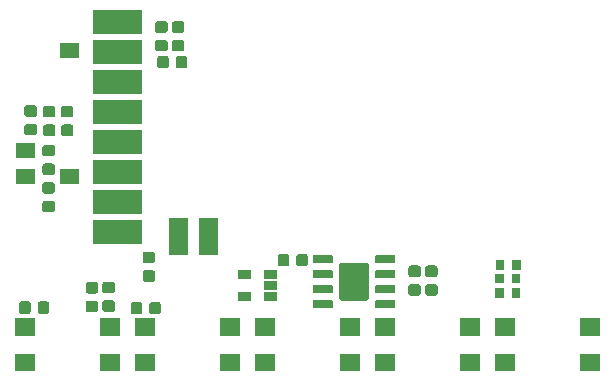
<source format=gbr>
G04 #@! TF.GenerationSoftware,KiCad,Pcbnew,(5.0.1)-3*
G04 #@! TF.CreationDate,2019-11-22T16:36:39-05:00*
G04 #@! TF.ProjectId,SmartWatch,536D61727457617463682E6B69636164,rev?*
G04 #@! TF.SameCoordinates,Original*
G04 #@! TF.FileFunction,Soldermask,Top*
G04 #@! TF.FilePolarity,Negative*
%FSLAX46Y46*%
G04 Gerber Fmt 4.6, Leading zero omitted, Abs format (unit mm)*
G04 Created by KiCad (PCBNEW (5.0.1)-3) date 11/22/2019 4:36:39 PM*
%MOMM*%
%LPD*%
G01*
G04 APERTURE LIST*
%ADD10C,0.100000*%
G04 APERTURE END LIST*
D10*
G36*
X187243000Y-114519000D02*
X185541000Y-114519000D01*
X185541000Y-113017000D01*
X187243000Y-113017000D01*
X187243000Y-114519000D01*
X187243000Y-114519000D01*
G37*
G36*
X227883000Y-114519000D02*
X226181000Y-114519000D01*
X226181000Y-113017000D01*
X227883000Y-113017000D01*
X227883000Y-114519000D01*
X227883000Y-114519000D01*
G37*
G36*
X235083000Y-114519000D02*
X233381000Y-114519000D01*
X233381000Y-113017000D01*
X235083000Y-113017000D01*
X235083000Y-114519000D01*
X235083000Y-114519000D01*
G37*
G36*
X217723000Y-114519000D02*
X216021000Y-114519000D01*
X216021000Y-113017000D01*
X217723000Y-113017000D01*
X217723000Y-114519000D01*
X217723000Y-114519000D01*
G37*
G36*
X224923000Y-114519000D02*
X223221000Y-114519000D01*
X223221000Y-113017000D01*
X224923000Y-113017000D01*
X224923000Y-114519000D01*
X224923000Y-114519000D01*
G37*
G36*
X214763000Y-114519000D02*
X213061000Y-114519000D01*
X213061000Y-113017000D01*
X214763000Y-113017000D01*
X214763000Y-114519000D01*
X214763000Y-114519000D01*
G37*
G36*
X197403000Y-114519000D02*
X195701000Y-114519000D01*
X195701000Y-113017000D01*
X197403000Y-113017000D01*
X197403000Y-114519000D01*
X197403000Y-114519000D01*
G37*
G36*
X207563000Y-114519000D02*
X205861000Y-114519000D01*
X205861000Y-113017000D01*
X207563000Y-113017000D01*
X207563000Y-114519000D01*
X207563000Y-114519000D01*
G37*
G36*
X194443000Y-114519000D02*
X192741000Y-114519000D01*
X192741000Y-113017000D01*
X194443000Y-113017000D01*
X194443000Y-114519000D01*
X194443000Y-114519000D01*
G37*
G36*
X204603000Y-114519000D02*
X202901000Y-114519000D01*
X202901000Y-113017000D01*
X204603000Y-113017000D01*
X204603000Y-114519000D01*
X204603000Y-114519000D01*
G37*
G36*
X207563000Y-111519000D02*
X205861000Y-111519000D01*
X205861000Y-110017000D01*
X207563000Y-110017000D01*
X207563000Y-111519000D01*
X207563000Y-111519000D01*
G37*
G36*
X187243000Y-111519000D02*
X185541000Y-111519000D01*
X185541000Y-110017000D01*
X187243000Y-110017000D01*
X187243000Y-111519000D01*
X187243000Y-111519000D01*
G37*
G36*
X217723000Y-111519000D02*
X216021000Y-111519000D01*
X216021000Y-110017000D01*
X217723000Y-110017000D01*
X217723000Y-111519000D01*
X217723000Y-111519000D01*
G37*
G36*
X235083000Y-111519000D02*
X233381000Y-111519000D01*
X233381000Y-110017000D01*
X235083000Y-110017000D01*
X235083000Y-111519000D01*
X235083000Y-111519000D01*
G37*
G36*
X214763000Y-111519000D02*
X213061000Y-111519000D01*
X213061000Y-110017000D01*
X214763000Y-110017000D01*
X214763000Y-111519000D01*
X214763000Y-111519000D01*
G37*
G36*
X197403000Y-111519000D02*
X195701000Y-111519000D01*
X195701000Y-110017000D01*
X197403000Y-110017000D01*
X197403000Y-111519000D01*
X197403000Y-111519000D01*
G37*
G36*
X224923000Y-111519000D02*
X223221000Y-111519000D01*
X223221000Y-110017000D01*
X224923000Y-110017000D01*
X224923000Y-111519000D01*
X224923000Y-111519000D01*
G37*
G36*
X227883000Y-111519000D02*
X226181000Y-111519000D01*
X226181000Y-110017000D01*
X227883000Y-110017000D01*
X227883000Y-111519000D01*
X227883000Y-111519000D01*
G37*
G36*
X204603000Y-111519000D02*
X202901000Y-111519000D01*
X202901000Y-110017000D01*
X204603000Y-110017000D01*
X204603000Y-111519000D01*
X204603000Y-111519000D01*
G37*
G36*
X194443000Y-111519000D02*
X192741000Y-111519000D01*
X192741000Y-110017000D01*
X194443000Y-110017000D01*
X194443000Y-111519000D01*
X194443000Y-111519000D01*
G37*
G36*
X196120477Y-108647650D02*
X196161557Y-108660111D01*
X196199426Y-108680353D01*
X196232613Y-108707587D01*
X196259847Y-108740774D01*
X196280089Y-108778643D01*
X196292550Y-108819723D01*
X196297000Y-108864904D01*
X196297000Y-109473496D01*
X196292550Y-109518677D01*
X196280089Y-109559757D01*
X196259847Y-109597626D01*
X196232613Y-109630813D01*
X196199426Y-109658047D01*
X196161557Y-109678289D01*
X196120477Y-109690750D01*
X196075296Y-109695200D01*
X195541704Y-109695200D01*
X195496523Y-109690750D01*
X195455443Y-109678289D01*
X195417574Y-109658047D01*
X195384387Y-109630813D01*
X195357153Y-109597626D01*
X195336911Y-109559757D01*
X195324450Y-109518677D01*
X195320000Y-109473496D01*
X195320000Y-108864904D01*
X195324450Y-108819723D01*
X195336911Y-108778643D01*
X195357153Y-108740774D01*
X195384387Y-108707587D01*
X195417574Y-108680353D01*
X195455443Y-108660111D01*
X195496523Y-108647650D01*
X195541704Y-108643200D01*
X196075296Y-108643200D01*
X196120477Y-108647650D01*
X196120477Y-108647650D01*
G37*
G36*
X197695477Y-108647650D02*
X197736557Y-108660111D01*
X197774426Y-108680353D01*
X197807613Y-108707587D01*
X197834847Y-108740774D01*
X197855089Y-108778643D01*
X197867550Y-108819723D01*
X197872000Y-108864904D01*
X197872000Y-109473496D01*
X197867550Y-109518677D01*
X197855089Y-109559757D01*
X197834847Y-109597626D01*
X197807613Y-109630813D01*
X197774426Y-109658047D01*
X197736557Y-109678289D01*
X197695477Y-109690750D01*
X197650296Y-109695200D01*
X197116704Y-109695200D01*
X197071523Y-109690750D01*
X197030443Y-109678289D01*
X196992574Y-109658047D01*
X196959387Y-109630813D01*
X196932153Y-109597626D01*
X196911911Y-109559757D01*
X196899450Y-109518677D01*
X196895000Y-109473496D01*
X196895000Y-108864904D01*
X196899450Y-108819723D01*
X196911911Y-108778643D01*
X196932153Y-108740774D01*
X196959387Y-108707587D01*
X196992574Y-108680353D01*
X197030443Y-108660111D01*
X197071523Y-108647650D01*
X197116704Y-108643200D01*
X197650296Y-108643200D01*
X197695477Y-108647650D01*
X197695477Y-108647650D01*
G37*
G36*
X186671677Y-108596850D02*
X186712757Y-108609311D01*
X186750626Y-108629553D01*
X186783813Y-108656787D01*
X186811047Y-108689974D01*
X186831289Y-108727843D01*
X186843750Y-108768923D01*
X186848200Y-108814104D01*
X186848200Y-109422696D01*
X186843750Y-109467877D01*
X186831289Y-109508957D01*
X186811047Y-109546826D01*
X186783813Y-109580013D01*
X186750626Y-109607247D01*
X186712757Y-109627489D01*
X186671677Y-109639950D01*
X186626496Y-109644400D01*
X186092904Y-109644400D01*
X186047723Y-109639950D01*
X186006643Y-109627489D01*
X185968774Y-109607247D01*
X185935587Y-109580013D01*
X185908353Y-109546826D01*
X185888111Y-109508957D01*
X185875650Y-109467877D01*
X185871200Y-109422696D01*
X185871200Y-108814104D01*
X185875650Y-108768923D01*
X185888111Y-108727843D01*
X185908353Y-108689974D01*
X185935587Y-108656787D01*
X185968774Y-108629553D01*
X186006643Y-108609311D01*
X186047723Y-108596850D01*
X186092904Y-108592400D01*
X186626496Y-108592400D01*
X186671677Y-108596850D01*
X186671677Y-108596850D01*
G37*
G36*
X188246677Y-108596850D02*
X188287757Y-108609311D01*
X188325626Y-108629553D01*
X188358813Y-108656787D01*
X188386047Y-108689974D01*
X188406289Y-108727843D01*
X188418750Y-108768923D01*
X188423200Y-108814104D01*
X188423200Y-109422696D01*
X188418750Y-109467877D01*
X188406289Y-109508957D01*
X188386047Y-109546826D01*
X188358813Y-109580013D01*
X188325626Y-109607247D01*
X188287757Y-109627489D01*
X188246677Y-109639950D01*
X188201496Y-109644400D01*
X187667904Y-109644400D01*
X187622723Y-109639950D01*
X187581643Y-109627489D01*
X187543774Y-109607247D01*
X187510587Y-109580013D01*
X187483353Y-109546826D01*
X187463111Y-109508957D01*
X187450650Y-109467877D01*
X187446200Y-109422696D01*
X187446200Y-108814104D01*
X187450650Y-108768923D01*
X187463111Y-108727843D01*
X187483353Y-108689974D01*
X187510587Y-108656787D01*
X187543774Y-108629553D01*
X187581643Y-108609311D01*
X187622723Y-108596850D01*
X187667904Y-108592400D01*
X188201496Y-108592400D01*
X188246677Y-108596850D01*
X188246677Y-108596850D01*
G37*
G36*
X192373477Y-108532950D02*
X192414557Y-108545411D01*
X192452426Y-108565653D01*
X192485613Y-108592887D01*
X192512847Y-108626074D01*
X192533089Y-108663943D01*
X192545550Y-108705023D01*
X192550000Y-108750204D01*
X192550000Y-109283796D01*
X192545550Y-109328977D01*
X192533089Y-109370057D01*
X192512847Y-109407926D01*
X192485613Y-109441113D01*
X192452426Y-109468347D01*
X192414557Y-109488589D01*
X192373477Y-109501050D01*
X192328296Y-109505500D01*
X191719704Y-109505500D01*
X191674523Y-109501050D01*
X191633443Y-109488589D01*
X191595574Y-109468347D01*
X191562387Y-109441113D01*
X191535153Y-109407926D01*
X191514911Y-109370057D01*
X191502450Y-109328977D01*
X191498000Y-109283796D01*
X191498000Y-108750204D01*
X191502450Y-108705023D01*
X191514911Y-108663943D01*
X191535153Y-108626074D01*
X191562387Y-108592887D01*
X191595574Y-108565653D01*
X191633443Y-108545411D01*
X191674523Y-108532950D01*
X191719704Y-108528500D01*
X192328296Y-108528500D01*
X192373477Y-108532950D01*
X192373477Y-108532950D01*
G37*
G36*
X193795877Y-108507450D02*
X193836957Y-108519911D01*
X193874826Y-108540153D01*
X193908013Y-108567387D01*
X193935247Y-108600574D01*
X193955489Y-108638443D01*
X193967950Y-108679523D01*
X193972400Y-108724704D01*
X193972400Y-109258296D01*
X193967950Y-109303477D01*
X193955489Y-109344557D01*
X193935247Y-109382426D01*
X193908013Y-109415613D01*
X193874826Y-109442847D01*
X193836957Y-109463089D01*
X193795877Y-109475550D01*
X193750696Y-109480000D01*
X193142104Y-109480000D01*
X193096923Y-109475550D01*
X193055843Y-109463089D01*
X193017974Y-109442847D01*
X192984787Y-109415613D01*
X192957553Y-109382426D01*
X192937311Y-109344557D01*
X192924850Y-109303477D01*
X192920400Y-109258296D01*
X192920400Y-108724704D01*
X192924850Y-108679523D01*
X192937311Y-108638443D01*
X192957553Y-108600574D01*
X192984787Y-108567387D01*
X193017974Y-108540153D01*
X193055843Y-108519911D01*
X193096923Y-108507450D01*
X193142104Y-108503000D01*
X193750696Y-108503000D01*
X193795877Y-108507450D01*
X193795877Y-108507450D01*
G37*
G36*
X212303414Y-108491129D02*
X212331601Y-108499679D01*
X212357580Y-108513565D01*
X212380349Y-108532251D01*
X212399035Y-108555020D01*
X212412921Y-108580999D01*
X212421471Y-108609186D01*
X212424600Y-108640954D01*
X212424600Y-109037046D01*
X212421471Y-109068814D01*
X212412921Y-109097001D01*
X212399035Y-109122980D01*
X212380349Y-109145749D01*
X212357580Y-109164435D01*
X212331601Y-109178321D01*
X212303414Y-109186871D01*
X212271646Y-109190000D01*
X210875554Y-109190000D01*
X210843786Y-109186871D01*
X210815599Y-109178321D01*
X210789620Y-109164435D01*
X210766851Y-109145749D01*
X210748165Y-109122980D01*
X210734279Y-109097001D01*
X210725729Y-109068814D01*
X210722600Y-109037046D01*
X210722600Y-108640954D01*
X210725729Y-108609186D01*
X210734279Y-108580999D01*
X210748165Y-108555020D01*
X210766851Y-108532251D01*
X210789620Y-108513565D01*
X210815599Y-108499679D01*
X210843786Y-108491129D01*
X210875554Y-108488000D01*
X212271646Y-108488000D01*
X212303414Y-108491129D01*
X212303414Y-108491129D01*
G37*
G36*
X217603414Y-108491129D02*
X217631601Y-108499679D01*
X217657580Y-108513565D01*
X217680349Y-108532251D01*
X217699035Y-108555020D01*
X217712921Y-108580999D01*
X217721471Y-108609186D01*
X217724600Y-108640954D01*
X217724600Y-109037046D01*
X217721471Y-109068814D01*
X217712921Y-109097001D01*
X217699035Y-109122980D01*
X217680349Y-109145749D01*
X217657580Y-109164435D01*
X217631601Y-109178321D01*
X217603414Y-109186871D01*
X217571646Y-109190000D01*
X216175554Y-109190000D01*
X216143786Y-109186871D01*
X216115599Y-109178321D01*
X216089620Y-109164435D01*
X216066851Y-109145749D01*
X216048165Y-109122980D01*
X216034279Y-109097001D01*
X216025729Y-109068814D01*
X216022600Y-109037046D01*
X216022600Y-108640954D01*
X216025729Y-108609186D01*
X216034279Y-108580999D01*
X216048165Y-108555020D01*
X216066851Y-108532251D01*
X216089620Y-108513565D01*
X216115599Y-108499679D01*
X216143786Y-108491129D01*
X216175554Y-108488000D01*
X217571646Y-108488000D01*
X217603414Y-108491129D01*
X217603414Y-108491129D01*
G37*
G36*
X205525800Y-108564800D02*
X204363800Y-108564800D01*
X204363800Y-107812800D01*
X205525800Y-107812800D01*
X205525800Y-108564800D01*
X205525800Y-108564800D01*
G37*
G36*
X207725800Y-108564800D02*
X206563800Y-108564800D01*
X206563800Y-107812800D01*
X207725800Y-107812800D01*
X207725800Y-108564800D01*
X207725800Y-108564800D01*
G37*
G36*
X215301705Y-105337482D02*
X215343109Y-105350042D01*
X215381268Y-105370439D01*
X215414714Y-105397886D01*
X215442161Y-105431332D01*
X215462558Y-105469491D01*
X215475118Y-105510895D01*
X215479600Y-105556407D01*
X215479600Y-108311593D01*
X215475118Y-108357105D01*
X215462558Y-108398509D01*
X215442161Y-108436668D01*
X215414714Y-108470114D01*
X215381268Y-108497561D01*
X215343109Y-108517958D01*
X215301705Y-108530518D01*
X215256193Y-108535000D01*
X213191007Y-108535000D01*
X213145495Y-108530518D01*
X213104091Y-108517958D01*
X213065932Y-108497561D01*
X213032486Y-108470114D01*
X213005039Y-108436668D01*
X212984642Y-108398509D01*
X212972082Y-108357105D01*
X212967600Y-108311593D01*
X212967600Y-105556407D01*
X212972082Y-105510895D01*
X212984642Y-105469491D01*
X213005039Y-105431332D01*
X213032486Y-105397886D01*
X213065932Y-105370439D01*
X213104091Y-105350042D01*
X213145495Y-105337482D01*
X213191007Y-105333000D01*
X215256193Y-105333000D01*
X215301705Y-105337482D01*
X215301705Y-105337482D01*
G37*
G36*
X228279400Y-108300200D02*
X227577400Y-108300200D01*
X227577400Y-107498200D01*
X228279400Y-107498200D01*
X228279400Y-108300200D01*
X228279400Y-108300200D01*
G37*
G36*
X226879400Y-108300200D02*
X226177400Y-108300200D01*
X226177400Y-107498200D01*
X226879400Y-107498200D01*
X226879400Y-108300200D01*
X226879400Y-108300200D01*
G37*
G36*
X221126277Y-107135850D02*
X221167357Y-107148311D01*
X221205226Y-107168553D01*
X221238413Y-107195787D01*
X221265647Y-107228974D01*
X221285889Y-107266843D01*
X221298350Y-107307923D01*
X221302800Y-107353104D01*
X221302800Y-107886696D01*
X221298350Y-107931877D01*
X221285889Y-107972957D01*
X221265647Y-108010826D01*
X221238413Y-108044013D01*
X221205226Y-108071247D01*
X221167357Y-108091489D01*
X221126277Y-108103950D01*
X221081096Y-108108400D01*
X220472504Y-108108400D01*
X220427323Y-108103950D01*
X220386243Y-108091489D01*
X220348374Y-108071247D01*
X220315187Y-108044013D01*
X220287953Y-108010826D01*
X220267711Y-107972957D01*
X220255250Y-107931877D01*
X220250800Y-107886696D01*
X220250800Y-107353104D01*
X220255250Y-107307923D01*
X220267711Y-107266843D01*
X220287953Y-107228974D01*
X220315187Y-107195787D01*
X220348374Y-107168553D01*
X220386243Y-107148311D01*
X220427323Y-107135850D01*
X220472504Y-107131400D01*
X221081096Y-107131400D01*
X221126277Y-107135850D01*
X221126277Y-107135850D01*
G37*
G36*
X219703877Y-107135850D02*
X219744957Y-107148311D01*
X219782826Y-107168553D01*
X219816013Y-107195787D01*
X219843247Y-107228974D01*
X219863489Y-107266843D01*
X219875950Y-107307923D01*
X219880400Y-107353104D01*
X219880400Y-107886696D01*
X219875950Y-107931877D01*
X219863489Y-107972957D01*
X219843247Y-108010826D01*
X219816013Y-108044013D01*
X219782826Y-108071247D01*
X219744957Y-108091489D01*
X219703877Y-108103950D01*
X219658696Y-108108400D01*
X219050104Y-108108400D01*
X219004923Y-108103950D01*
X218963843Y-108091489D01*
X218925974Y-108071247D01*
X218892787Y-108044013D01*
X218865553Y-108010826D01*
X218845311Y-107972957D01*
X218832850Y-107931877D01*
X218828400Y-107886696D01*
X218828400Y-107353104D01*
X218832850Y-107307923D01*
X218845311Y-107266843D01*
X218865553Y-107228974D01*
X218892787Y-107195787D01*
X218925974Y-107168553D01*
X218963843Y-107148311D01*
X219004923Y-107135850D01*
X219050104Y-107131400D01*
X219658696Y-107131400D01*
X219703877Y-107135850D01*
X219703877Y-107135850D01*
G37*
G36*
X192373477Y-106957950D02*
X192414557Y-106970411D01*
X192452426Y-106990653D01*
X192485613Y-107017887D01*
X192512847Y-107051074D01*
X192533089Y-107088943D01*
X192545550Y-107130023D01*
X192550000Y-107175204D01*
X192550000Y-107708796D01*
X192545550Y-107753977D01*
X192533089Y-107795057D01*
X192512847Y-107832926D01*
X192485613Y-107866113D01*
X192452426Y-107893347D01*
X192414557Y-107913589D01*
X192373477Y-107926050D01*
X192328296Y-107930500D01*
X191719704Y-107930500D01*
X191674523Y-107926050D01*
X191633443Y-107913589D01*
X191595574Y-107893347D01*
X191562387Y-107866113D01*
X191535153Y-107832926D01*
X191514911Y-107795057D01*
X191502450Y-107753977D01*
X191498000Y-107708796D01*
X191498000Y-107175204D01*
X191502450Y-107130023D01*
X191514911Y-107088943D01*
X191535153Y-107051074D01*
X191562387Y-107017887D01*
X191595574Y-106990653D01*
X191633443Y-106970411D01*
X191674523Y-106957950D01*
X191719704Y-106953500D01*
X192328296Y-106953500D01*
X192373477Y-106957950D01*
X192373477Y-106957950D01*
G37*
G36*
X217603414Y-107221129D02*
X217631601Y-107229679D01*
X217657580Y-107243565D01*
X217680349Y-107262251D01*
X217699035Y-107285020D01*
X217712921Y-107310999D01*
X217721471Y-107339186D01*
X217724600Y-107370954D01*
X217724600Y-107767046D01*
X217721471Y-107798814D01*
X217712921Y-107827001D01*
X217699035Y-107852980D01*
X217680349Y-107875749D01*
X217657580Y-107894435D01*
X217631601Y-107908321D01*
X217603414Y-107916871D01*
X217571646Y-107920000D01*
X216175554Y-107920000D01*
X216143786Y-107916871D01*
X216115599Y-107908321D01*
X216089620Y-107894435D01*
X216066851Y-107875749D01*
X216048165Y-107852980D01*
X216034279Y-107827001D01*
X216025729Y-107798814D01*
X216022600Y-107767046D01*
X216022600Y-107370954D01*
X216025729Y-107339186D01*
X216034279Y-107310999D01*
X216048165Y-107285020D01*
X216066851Y-107262251D01*
X216089620Y-107243565D01*
X216115599Y-107229679D01*
X216143786Y-107221129D01*
X216175554Y-107218000D01*
X217571646Y-107218000D01*
X217603414Y-107221129D01*
X217603414Y-107221129D01*
G37*
G36*
X212303414Y-107221129D02*
X212331601Y-107229679D01*
X212357580Y-107243565D01*
X212380349Y-107262251D01*
X212399035Y-107285020D01*
X212412921Y-107310999D01*
X212421471Y-107339186D01*
X212424600Y-107370954D01*
X212424600Y-107767046D01*
X212421471Y-107798814D01*
X212412921Y-107827001D01*
X212399035Y-107852980D01*
X212380349Y-107875749D01*
X212357580Y-107894435D01*
X212331601Y-107908321D01*
X212303414Y-107916871D01*
X212271646Y-107920000D01*
X210875554Y-107920000D01*
X210843786Y-107916871D01*
X210815599Y-107908321D01*
X210789620Y-107894435D01*
X210766851Y-107875749D01*
X210748165Y-107852980D01*
X210734279Y-107827001D01*
X210725729Y-107798814D01*
X210722600Y-107767046D01*
X210722600Y-107370954D01*
X210725729Y-107339186D01*
X210734279Y-107310999D01*
X210748165Y-107285020D01*
X210766851Y-107262251D01*
X210789620Y-107243565D01*
X210815599Y-107229679D01*
X210843786Y-107221129D01*
X210875554Y-107218000D01*
X212271646Y-107218000D01*
X212303414Y-107221129D01*
X212303414Y-107221129D01*
G37*
G36*
X193795877Y-106932450D02*
X193836957Y-106944911D01*
X193874826Y-106965153D01*
X193908013Y-106992387D01*
X193935247Y-107025574D01*
X193955489Y-107063443D01*
X193967950Y-107104523D01*
X193972400Y-107149704D01*
X193972400Y-107683296D01*
X193967950Y-107728477D01*
X193955489Y-107769557D01*
X193935247Y-107807426D01*
X193908013Y-107840613D01*
X193874826Y-107867847D01*
X193836957Y-107888089D01*
X193795877Y-107900550D01*
X193750696Y-107905000D01*
X193142104Y-107905000D01*
X193096923Y-107900550D01*
X193055843Y-107888089D01*
X193017974Y-107867847D01*
X192984787Y-107840613D01*
X192957553Y-107807426D01*
X192937311Y-107769557D01*
X192924850Y-107728477D01*
X192920400Y-107683296D01*
X192920400Y-107149704D01*
X192924850Y-107104523D01*
X192937311Y-107063443D01*
X192957553Y-107025574D01*
X192984787Y-106992387D01*
X193017974Y-106965153D01*
X193055843Y-106944911D01*
X193096923Y-106932450D01*
X193142104Y-106928000D01*
X193750696Y-106928000D01*
X193795877Y-106932450D01*
X193795877Y-106932450D01*
G37*
G36*
X207725800Y-107614800D02*
X206563800Y-107614800D01*
X206563800Y-106862800D01*
X207725800Y-106862800D01*
X207725800Y-107614800D01*
X207725800Y-107614800D01*
G37*
G36*
X228279400Y-107081000D02*
X227577400Y-107081000D01*
X227577400Y-106279000D01*
X228279400Y-106279000D01*
X228279400Y-107081000D01*
X228279400Y-107081000D01*
G37*
G36*
X226879400Y-107081000D02*
X226177400Y-107081000D01*
X226177400Y-106279000D01*
X226879400Y-106279000D01*
X226879400Y-107081000D01*
X226879400Y-107081000D01*
G37*
G36*
X197199477Y-105967450D02*
X197240557Y-105979911D01*
X197278426Y-106000153D01*
X197311613Y-106027387D01*
X197338847Y-106060574D01*
X197359089Y-106098443D01*
X197371550Y-106139523D01*
X197376000Y-106184704D01*
X197376000Y-106718296D01*
X197371550Y-106763477D01*
X197359089Y-106804557D01*
X197338847Y-106842426D01*
X197311613Y-106875613D01*
X197278426Y-106902847D01*
X197240557Y-106923089D01*
X197199477Y-106935550D01*
X197154296Y-106940000D01*
X196545704Y-106940000D01*
X196500523Y-106935550D01*
X196459443Y-106923089D01*
X196421574Y-106902847D01*
X196388387Y-106875613D01*
X196361153Y-106842426D01*
X196340911Y-106804557D01*
X196328450Y-106763477D01*
X196324000Y-106718296D01*
X196324000Y-106184704D01*
X196328450Y-106139523D01*
X196340911Y-106098443D01*
X196361153Y-106060574D01*
X196388387Y-106027387D01*
X196421574Y-106000153D01*
X196459443Y-105979911D01*
X196500523Y-105967450D01*
X196545704Y-105963000D01*
X197154296Y-105963000D01*
X197199477Y-105967450D01*
X197199477Y-105967450D01*
G37*
G36*
X207725800Y-106664800D02*
X206563800Y-106664800D01*
X206563800Y-105912800D01*
X207725800Y-105912800D01*
X207725800Y-106664800D01*
X207725800Y-106664800D01*
G37*
G36*
X205525800Y-106664800D02*
X204363800Y-106664800D01*
X204363800Y-105912800D01*
X205525800Y-105912800D01*
X205525800Y-106664800D01*
X205525800Y-106664800D01*
G37*
G36*
X212303414Y-105951129D02*
X212331601Y-105959679D01*
X212357580Y-105973565D01*
X212380349Y-105992251D01*
X212399035Y-106015020D01*
X212412921Y-106040999D01*
X212421471Y-106069186D01*
X212424600Y-106100954D01*
X212424600Y-106497046D01*
X212421471Y-106528814D01*
X212412921Y-106557001D01*
X212399035Y-106582980D01*
X212380349Y-106605749D01*
X212357580Y-106624435D01*
X212331601Y-106638321D01*
X212303414Y-106646871D01*
X212271646Y-106650000D01*
X210875554Y-106650000D01*
X210843786Y-106646871D01*
X210815599Y-106638321D01*
X210789620Y-106624435D01*
X210766851Y-106605749D01*
X210748165Y-106582980D01*
X210734279Y-106557001D01*
X210725729Y-106528814D01*
X210722600Y-106497046D01*
X210722600Y-106100954D01*
X210725729Y-106069186D01*
X210734279Y-106040999D01*
X210748165Y-106015020D01*
X210766851Y-105992251D01*
X210789620Y-105973565D01*
X210815599Y-105959679D01*
X210843786Y-105951129D01*
X210875554Y-105948000D01*
X212271646Y-105948000D01*
X212303414Y-105951129D01*
X212303414Y-105951129D01*
G37*
G36*
X217603414Y-105951129D02*
X217631601Y-105959679D01*
X217657580Y-105973565D01*
X217680349Y-105992251D01*
X217699035Y-106015020D01*
X217712921Y-106040999D01*
X217721471Y-106069186D01*
X217724600Y-106100954D01*
X217724600Y-106497046D01*
X217721471Y-106528814D01*
X217712921Y-106557001D01*
X217699035Y-106582980D01*
X217680349Y-106605749D01*
X217657580Y-106624435D01*
X217631601Y-106638321D01*
X217603414Y-106646871D01*
X217571646Y-106650000D01*
X216175554Y-106650000D01*
X216143786Y-106646871D01*
X216115599Y-106638321D01*
X216089620Y-106624435D01*
X216066851Y-106605749D01*
X216048165Y-106582980D01*
X216034279Y-106557001D01*
X216025729Y-106528814D01*
X216022600Y-106497046D01*
X216022600Y-106100954D01*
X216025729Y-106069186D01*
X216034279Y-106040999D01*
X216048165Y-106015020D01*
X216066851Y-105992251D01*
X216089620Y-105973565D01*
X216115599Y-105959679D01*
X216143786Y-105951129D01*
X216175554Y-105948000D01*
X217571646Y-105948000D01*
X217603414Y-105951129D01*
X217603414Y-105951129D01*
G37*
G36*
X219703877Y-105560850D02*
X219744957Y-105573311D01*
X219782826Y-105593553D01*
X219816013Y-105620787D01*
X219843247Y-105653974D01*
X219863489Y-105691843D01*
X219875950Y-105732923D01*
X219880400Y-105778104D01*
X219880400Y-106311696D01*
X219875950Y-106356877D01*
X219863489Y-106397957D01*
X219843247Y-106435826D01*
X219816013Y-106469013D01*
X219782826Y-106496247D01*
X219744957Y-106516489D01*
X219703877Y-106528950D01*
X219658696Y-106533400D01*
X219050104Y-106533400D01*
X219004923Y-106528950D01*
X218963843Y-106516489D01*
X218925974Y-106496247D01*
X218892787Y-106469013D01*
X218865553Y-106435826D01*
X218845311Y-106397957D01*
X218832850Y-106356877D01*
X218828400Y-106311696D01*
X218828400Y-105778104D01*
X218832850Y-105732923D01*
X218845311Y-105691843D01*
X218865553Y-105653974D01*
X218892787Y-105620787D01*
X218925974Y-105593553D01*
X218963843Y-105573311D01*
X219004923Y-105560850D01*
X219050104Y-105556400D01*
X219658696Y-105556400D01*
X219703877Y-105560850D01*
X219703877Y-105560850D01*
G37*
G36*
X221126277Y-105560850D02*
X221167357Y-105573311D01*
X221205226Y-105593553D01*
X221238413Y-105620787D01*
X221265647Y-105653974D01*
X221285889Y-105691843D01*
X221298350Y-105732923D01*
X221302800Y-105778104D01*
X221302800Y-106311696D01*
X221298350Y-106356877D01*
X221285889Y-106397957D01*
X221265647Y-106435826D01*
X221238413Y-106469013D01*
X221205226Y-106496247D01*
X221167357Y-106516489D01*
X221126277Y-106528950D01*
X221081096Y-106533400D01*
X220472504Y-106533400D01*
X220427323Y-106528950D01*
X220386243Y-106516489D01*
X220348374Y-106496247D01*
X220315187Y-106469013D01*
X220287953Y-106435826D01*
X220267711Y-106397957D01*
X220255250Y-106356877D01*
X220250800Y-106311696D01*
X220250800Y-105778104D01*
X220255250Y-105732923D01*
X220267711Y-105691843D01*
X220287953Y-105653974D01*
X220315187Y-105620787D01*
X220348374Y-105593553D01*
X220386243Y-105573311D01*
X220427323Y-105560850D01*
X220472504Y-105556400D01*
X221081096Y-105556400D01*
X221126277Y-105560850D01*
X221126277Y-105560850D01*
G37*
G36*
X228341400Y-105912600D02*
X227639400Y-105912600D01*
X227639400Y-105110600D01*
X228341400Y-105110600D01*
X228341400Y-105912600D01*
X228341400Y-105912600D01*
G37*
G36*
X226941400Y-105912600D02*
X226239400Y-105912600D01*
X226239400Y-105110600D01*
X226941400Y-105110600D01*
X226941400Y-105912600D01*
X226941400Y-105912600D01*
G37*
G36*
X210141477Y-104583650D02*
X210182557Y-104596111D01*
X210220426Y-104616353D01*
X210253613Y-104643587D01*
X210280847Y-104676774D01*
X210301089Y-104714643D01*
X210313550Y-104755723D01*
X210318000Y-104800904D01*
X210318000Y-105409496D01*
X210313550Y-105454677D01*
X210301089Y-105495757D01*
X210280847Y-105533626D01*
X210253613Y-105566813D01*
X210220426Y-105594047D01*
X210182557Y-105614289D01*
X210141477Y-105626750D01*
X210096296Y-105631200D01*
X209562704Y-105631200D01*
X209517523Y-105626750D01*
X209476443Y-105614289D01*
X209438574Y-105594047D01*
X209405387Y-105566813D01*
X209378153Y-105533626D01*
X209357911Y-105495757D01*
X209345450Y-105454677D01*
X209341000Y-105409496D01*
X209341000Y-104800904D01*
X209345450Y-104755723D01*
X209357911Y-104714643D01*
X209378153Y-104676774D01*
X209405387Y-104643587D01*
X209438574Y-104616353D01*
X209476443Y-104596111D01*
X209517523Y-104583650D01*
X209562704Y-104579200D01*
X210096296Y-104579200D01*
X210141477Y-104583650D01*
X210141477Y-104583650D01*
G37*
G36*
X208566477Y-104583650D02*
X208607557Y-104596111D01*
X208645426Y-104616353D01*
X208678613Y-104643587D01*
X208705847Y-104676774D01*
X208726089Y-104714643D01*
X208738550Y-104755723D01*
X208743000Y-104800904D01*
X208743000Y-105409496D01*
X208738550Y-105454677D01*
X208726089Y-105495757D01*
X208705847Y-105533626D01*
X208678613Y-105566813D01*
X208645426Y-105594047D01*
X208607557Y-105614289D01*
X208566477Y-105626750D01*
X208521296Y-105631200D01*
X207987704Y-105631200D01*
X207942523Y-105626750D01*
X207901443Y-105614289D01*
X207863574Y-105594047D01*
X207830387Y-105566813D01*
X207803153Y-105533626D01*
X207782911Y-105495757D01*
X207770450Y-105454677D01*
X207766000Y-105409496D01*
X207766000Y-104800904D01*
X207770450Y-104755723D01*
X207782911Y-104714643D01*
X207803153Y-104676774D01*
X207830387Y-104643587D01*
X207863574Y-104616353D01*
X207901443Y-104596111D01*
X207942523Y-104583650D01*
X207987704Y-104579200D01*
X208521296Y-104579200D01*
X208566477Y-104583650D01*
X208566477Y-104583650D01*
G37*
G36*
X217603414Y-104681129D02*
X217631601Y-104689679D01*
X217657580Y-104703565D01*
X217680349Y-104722251D01*
X217699035Y-104745020D01*
X217712921Y-104770999D01*
X217721471Y-104799186D01*
X217724600Y-104830954D01*
X217724600Y-105227046D01*
X217721471Y-105258814D01*
X217712921Y-105287001D01*
X217699035Y-105312980D01*
X217680349Y-105335749D01*
X217657580Y-105354435D01*
X217631601Y-105368321D01*
X217603414Y-105376871D01*
X217571646Y-105380000D01*
X216175554Y-105380000D01*
X216143786Y-105376871D01*
X216115599Y-105368321D01*
X216089620Y-105354435D01*
X216066851Y-105335749D01*
X216048165Y-105312980D01*
X216034279Y-105287001D01*
X216025729Y-105258814D01*
X216022600Y-105227046D01*
X216022600Y-104830954D01*
X216025729Y-104799186D01*
X216034279Y-104770999D01*
X216048165Y-104745020D01*
X216066851Y-104722251D01*
X216089620Y-104703565D01*
X216115599Y-104689679D01*
X216143786Y-104681129D01*
X216175554Y-104678000D01*
X217571646Y-104678000D01*
X217603414Y-104681129D01*
X217603414Y-104681129D01*
G37*
G36*
X212303414Y-104681129D02*
X212331601Y-104689679D01*
X212357580Y-104703565D01*
X212380349Y-104722251D01*
X212399035Y-104745020D01*
X212412921Y-104770999D01*
X212421471Y-104799186D01*
X212424600Y-104830954D01*
X212424600Y-105227046D01*
X212421471Y-105258814D01*
X212412921Y-105287001D01*
X212399035Y-105312980D01*
X212380349Y-105335749D01*
X212357580Y-105354435D01*
X212331601Y-105368321D01*
X212303414Y-105376871D01*
X212271646Y-105380000D01*
X210875554Y-105380000D01*
X210843786Y-105376871D01*
X210815599Y-105368321D01*
X210789620Y-105354435D01*
X210766851Y-105335749D01*
X210748165Y-105312980D01*
X210734279Y-105287001D01*
X210725729Y-105258814D01*
X210722600Y-105227046D01*
X210722600Y-104830954D01*
X210725729Y-104799186D01*
X210734279Y-104770999D01*
X210748165Y-104745020D01*
X210766851Y-104722251D01*
X210789620Y-104703565D01*
X210815599Y-104689679D01*
X210843786Y-104681129D01*
X210875554Y-104678000D01*
X212271646Y-104678000D01*
X212303414Y-104681129D01*
X212303414Y-104681129D01*
G37*
G36*
X197199477Y-104392450D02*
X197240557Y-104404911D01*
X197278426Y-104425153D01*
X197311613Y-104452387D01*
X197338847Y-104485574D01*
X197359089Y-104523443D01*
X197371550Y-104564523D01*
X197376000Y-104609704D01*
X197376000Y-105143296D01*
X197371550Y-105188477D01*
X197359089Y-105229557D01*
X197338847Y-105267426D01*
X197311613Y-105300613D01*
X197278426Y-105327847D01*
X197240557Y-105348089D01*
X197199477Y-105360550D01*
X197154296Y-105365000D01*
X196545704Y-105365000D01*
X196500523Y-105360550D01*
X196459443Y-105348089D01*
X196421574Y-105327847D01*
X196388387Y-105300613D01*
X196361153Y-105267426D01*
X196340911Y-105229557D01*
X196328450Y-105188477D01*
X196324000Y-105143296D01*
X196324000Y-104609704D01*
X196328450Y-104564523D01*
X196340911Y-104523443D01*
X196361153Y-104485574D01*
X196388387Y-104452387D01*
X196421574Y-104425153D01*
X196459443Y-104404911D01*
X196500523Y-104392450D01*
X196545704Y-104388000D01*
X197154296Y-104388000D01*
X197199477Y-104392450D01*
X197199477Y-104392450D01*
G37*
G36*
X202743000Y-104675000D02*
X201117000Y-104675000D01*
X201117000Y-101573000D01*
X202743000Y-101573000D01*
X202743000Y-104675000D01*
X202743000Y-104675000D01*
G37*
G36*
X200203000Y-104675000D02*
X198577000Y-104675000D01*
X198577000Y-101573000D01*
X200203000Y-101573000D01*
X200203000Y-104675000D01*
X200203000Y-104675000D01*
G37*
G36*
X196259400Y-103768600D02*
X192157400Y-103768600D01*
X192157400Y-101666600D01*
X196259400Y-101666600D01*
X196259400Y-103768600D01*
X196259400Y-103768600D01*
G37*
G36*
X196259400Y-101228600D02*
X192157400Y-101228600D01*
X192157400Y-99126600D01*
X196259400Y-99126600D01*
X196259400Y-101228600D01*
X196259400Y-101228600D01*
G37*
G36*
X188715877Y-100074650D02*
X188756957Y-100087111D01*
X188794826Y-100107353D01*
X188828013Y-100134587D01*
X188855247Y-100167774D01*
X188875489Y-100205643D01*
X188887950Y-100246723D01*
X188892400Y-100291904D01*
X188892400Y-100825496D01*
X188887950Y-100870677D01*
X188875489Y-100911757D01*
X188855247Y-100949626D01*
X188828013Y-100982813D01*
X188794826Y-101010047D01*
X188756957Y-101030289D01*
X188715877Y-101042750D01*
X188670696Y-101047200D01*
X188062104Y-101047200D01*
X188016923Y-101042750D01*
X187975843Y-101030289D01*
X187937974Y-101010047D01*
X187904787Y-100982813D01*
X187877553Y-100949626D01*
X187857311Y-100911757D01*
X187844850Y-100870677D01*
X187840400Y-100825496D01*
X187840400Y-100291904D01*
X187844850Y-100246723D01*
X187857311Y-100205643D01*
X187877553Y-100167774D01*
X187904787Y-100134587D01*
X187937974Y-100107353D01*
X187975843Y-100087111D01*
X188016923Y-100074650D01*
X188062104Y-100070200D01*
X188670696Y-100070200D01*
X188715877Y-100074650D01*
X188715877Y-100074650D01*
G37*
G36*
X188715877Y-98499650D02*
X188756957Y-98512111D01*
X188794826Y-98532353D01*
X188828013Y-98559587D01*
X188855247Y-98592774D01*
X188875489Y-98630643D01*
X188887950Y-98671723D01*
X188892400Y-98716904D01*
X188892400Y-99250496D01*
X188887950Y-99295677D01*
X188875489Y-99336757D01*
X188855247Y-99374626D01*
X188828013Y-99407813D01*
X188794826Y-99435047D01*
X188756957Y-99455289D01*
X188715877Y-99467750D01*
X188670696Y-99472200D01*
X188062104Y-99472200D01*
X188016923Y-99467750D01*
X187975843Y-99455289D01*
X187937974Y-99435047D01*
X187904787Y-99407813D01*
X187877553Y-99374626D01*
X187857311Y-99336757D01*
X187844850Y-99295677D01*
X187840400Y-99250496D01*
X187840400Y-98716904D01*
X187844850Y-98671723D01*
X187857311Y-98630643D01*
X187877553Y-98592774D01*
X187904787Y-98559587D01*
X187937974Y-98532353D01*
X187975843Y-98512111D01*
X188016923Y-98499650D01*
X188062104Y-98495200D01*
X188670696Y-98495200D01*
X188715877Y-98499650D01*
X188715877Y-98499650D01*
G37*
G36*
X187237000Y-98695000D02*
X185635000Y-98695000D01*
X185635000Y-97393000D01*
X187237000Y-97393000D01*
X187237000Y-98695000D01*
X187237000Y-98695000D01*
G37*
G36*
X190967000Y-98695000D02*
X189365000Y-98695000D01*
X189365000Y-97393000D01*
X190967000Y-97393000D01*
X190967000Y-98695000D01*
X190967000Y-98695000D01*
G37*
G36*
X196259400Y-98688600D02*
X192157400Y-98688600D01*
X192157400Y-96586600D01*
X196259400Y-96586600D01*
X196259400Y-98688600D01*
X196259400Y-98688600D01*
G37*
G36*
X188715877Y-96925050D02*
X188756957Y-96937511D01*
X188794826Y-96957753D01*
X188828013Y-96984987D01*
X188855247Y-97018174D01*
X188875489Y-97056043D01*
X188887950Y-97097123D01*
X188892400Y-97142304D01*
X188892400Y-97675896D01*
X188887950Y-97721077D01*
X188875489Y-97762157D01*
X188855247Y-97800026D01*
X188828013Y-97833213D01*
X188794826Y-97860447D01*
X188756957Y-97880689D01*
X188715877Y-97893150D01*
X188670696Y-97897600D01*
X188062104Y-97897600D01*
X188016923Y-97893150D01*
X187975843Y-97880689D01*
X187937974Y-97860447D01*
X187904787Y-97833213D01*
X187877553Y-97800026D01*
X187857311Y-97762157D01*
X187844850Y-97721077D01*
X187840400Y-97675896D01*
X187840400Y-97142304D01*
X187844850Y-97097123D01*
X187857311Y-97056043D01*
X187877553Y-97018174D01*
X187904787Y-96984987D01*
X187937974Y-96957753D01*
X187975843Y-96937511D01*
X188016923Y-96925050D01*
X188062104Y-96920600D01*
X188670696Y-96920600D01*
X188715877Y-96925050D01*
X188715877Y-96925050D01*
G37*
G36*
X187237000Y-96495000D02*
X185635000Y-96495000D01*
X185635000Y-95193000D01*
X187237000Y-95193000D01*
X187237000Y-96495000D01*
X187237000Y-96495000D01*
G37*
G36*
X188715877Y-95350050D02*
X188756957Y-95362511D01*
X188794826Y-95382753D01*
X188828013Y-95409987D01*
X188855247Y-95443174D01*
X188875489Y-95481043D01*
X188887950Y-95522123D01*
X188892400Y-95567304D01*
X188892400Y-96100896D01*
X188887950Y-96146077D01*
X188875489Y-96187157D01*
X188855247Y-96225026D01*
X188828013Y-96258213D01*
X188794826Y-96285447D01*
X188756957Y-96305689D01*
X188715877Y-96318150D01*
X188670696Y-96322600D01*
X188062104Y-96322600D01*
X188016923Y-96318150D01*
X187975843Y-96305689D01*
X187937974Y-96285447D01*
X187904787Y-96258213D01*
X187877553Y-96225026D01*
X187857311Y-96187157D01*
X187844850Y-96146077D01*
X187840400Y-96100896D01*
X187840400Y-95567304D01*
X187844850Y-95522123D01*
X187857311Y-95481043D01*
X187877553Y-95443174D01*
X187904787Y-95409987D01*
X187937974Y-95382753D01*
X187975843Y-95362511D01*
X188016923Y-95350050D01*
X188062104Y-95345600D01*
X188670696Y-95345600D01*
X188715877Y-95350050D01*
X188715877Y-95350050D01*
G37*
G36*
X196259400Y-96148600D02*
X192157400Y-96148600D01*
X192157400Y-94046600D01*
X196259400Y-94046600D01*
X196259400Y-96148600D01*
X196259400Y-96148600D01*
G37*
G36*
X188766677Y-93623050D02*
X188807757Y-93635511D01*
X188845626Y-93655753D01*
X188878813Y-93682987D01*
X188906047Y-93716174D01*
X188926289Y-93754043D01*
X188938750Y-93795123D01*
X188943200Y-93840304D01*
X188943200Y-94373896D01*
X188938750Y-94419077D01*
X188926289Y-94460157D01*
X188906047Y-94498026D01*
X188878813Y-94531213D01*
X188845626Y-94558447D01*
X188807757Y-94578689D01*
X188766677Y-94591150D01*
X188721496Y-94595600D01*
X188112904Y-94595600D01*
X188067723Y-94591150D01*
X188026643Y-94578689D01*
X187988774Y-94558447D01*
X187955587Y-94531213D01*
X187928353Y-94498026D01*
X187908111Y-94460157D01*
X187895650Y-94419077D01*
X187891200Y-94373896D01*
X187891200Y-93840304D01*
X187895650Y-93795123D01*
X187908111Y-93754043D01*
X187928353Y-93716174D01*
X187955587Y-93682987D01*
X187988774Y-93655753D01*
X188026643Y-93635511D01*
X188067723Y-93623050D01*
X188112904Y-93618600D01*
X188721496Y-93618600D01*
X188766677Y-93623050D01*
X188766677Y-93623050D01*
G37*
G36*
X190290677Y-93623050D02*
X190331757Y-93635511D01*
X190369626Y-93655753D01*
X190402813Y-93682987D01*
X190430047Y-93716174D01*
X190450289Y-93754043D01*
X190462750Y-93795123D01*
X190467200Y-93840304D01*
X190467200Y-94373896D01*
X190462750Y-94419077D01*
X190450289Y-94460157D01*
X190430047Y-94498026D01*
X190402813Y-94531213D01*
X190369626Y-94558447D01*
X190331757Y-94578689D01*
X190290677Y-94591150D01*
X190245496Y-94595600D01*
X189636904Y-94595600D01*
X189591723Y-94591150D01*
X189550643Y-94578689D01*
X189512774Y-94558447D01*
X189479587Y-94531213D01*
X189452353Y-94498026D01*
X189432111Y-94460157D01*
X189419650Y-94419077D01*
X189415200Y-94373896D01*
X189415200Y-93840304D01*
X189419650Y-93795123D01*
X189432111Y-93754043D01*
X189452353Y-93716174D01*
X189479587Y-93682987D01*
X189512774Y-93655753D01*
X189550643Y-93635511D01*
X189591723Y-93623050D01*
X189636904Y-93618600D01*
X190245496Y-93618600D01*
X190290677Y-93623050D01*
X190290677Y-93623050D01*
G37*
G36*
X187191877Y-93572250D02*
X187232957Y-93584711D01*
X187270826Y-93604953D01*
X187304013Y-93632187D01*
X187331247Y-93665374D01*
X187351489Y-93703243D01*
X187363950Y-93744323D01*
X187368400Y-93789504D01*
X187368400Y-94323096D01*
X187363950Y-94368277D01*
X187351489Y-94409357D01*
X187331247Y-94447226D01*
X187304013Y-94480413D01*
X187270826Y-94507647D01*
X187232957Y-94527889D01*
X187191877Y-94540350D01*
X187146696Y-94544800D01*
X186538104Y-94544800D01*
X186492923Y-94540350D01*
X186451843Y-94527889D01*
X186413974Y-94507647D01*
X186380787Y-94480413D01*
X186353553Y-94447226D01*
X186333311Y-94409357D01*
X186320850Y-94368277D01*
X186316400Y-94323096D01*
X186316400Y-93789504D01*
X186320850Y-93744323D01*
X186333311Y-93703243D01*
X186353553Y-93665374D01*
X186380787Y-93632187D01*
X186413974Y-93604953D01*
X186451843Y-93584711D01*
X186492923Y-93572250D01*
X186538104Y-93567800D01*
X187146696Y-93567800D01*
X187191877Y-93572250D01*
X187191877Y-93572250D01*
G37*
G36*
X196259400Y-93608600D02*
X192157400Y-93608600D01*
X192157400Y-91506600D01*
X196259400Y-91506600D01*
X196259400Y-93608600D01*
X196259400Y-93608600D01*
G37*
G36*
X190290677Y-92048050D02*
X190331757Y-92060511D01*
X190369626Y-92080753D01*
X190402813Y-92107987D01*
X190430047Y-92141174D01*
X190450289Y-92179043D01*
X190462750Y-92220123D01*
X190467200Y-92265304D01*
X190467200Y-92798896D01*
X190462750Y-92844077D01*
X190450289Y-92885157D01*
X190430047Y-92923026D01*
X190402813Y-92956213D01*
X190369626Y-92983447D01*
X190331757Y-93003689D01*
X190290677Y-93016150D01*
X190245496Y-93020600D01*
X189636904Y-93020600D01*
X189591723Y-93016150D01*
X189550643Y-93003689D01*
X189512774Y-92983447D01*
X189479587Y-92956213D01*
X189452353Y-92923026D01*
X189432111Y-92885157D01*
X189419650Y-92844077D01*
X189415200Y-92798896D01*
X189415200Y-92265304D01*
X189419650Y-92220123D01*
X189432111Y-92179043D01*
X189452353Y-92141174D01*
X189479587Y-92107987D01*
X189512774Y-92080753D01*
X189550643Y-92060511D01*
X189591723Y-92048050D01*
X189636904Y-92043600D01*
X190245496Y-92043600D01*
X190290677Y-92048050D01*
X190290677Y-92048050D01*
G37*
G36*
X188766677Y-92048050D02*
X188807757Y-92060511D01*
X188845626Y-92080753D01*
X188878813Y-92107987D01*
X188906047Y-92141174D01*
X188926289Y-92179043D01*
X188938750Y-92220123D01*
X188943200Y-92265304D01*
X188943200Y-92798896D01*
X188938750Y-92844077D01*
X188926289Y-92885157D01*
X188906047Y-92923026D01*
X188878813Y-92956213D01*
X188845626Y-92983447D01*
X188807757Y-93003689D01*
X188766677Y-93016150D01*
X188721496Y-93020600D01*
X188112904Y-93020600D01*
X188067723Y-93016150D01*
X188026643Y-93003689D01*
X187988774Y-92983447D01*
X187955587Y-92956213D01*
X187928353Y-92923026D01*
X187908111Y-92885157D01*
X187895650Y-92844077D01*
X187891200Y-92798896D01*
X187891200Y-92265304D01*
X187895650Y-92220123D01*
X187908111Y-92179043D01*
X187928353Y-92141174D01*
X187955587Y-92107987D01*
X187988774Y-92080753D01*
X188026643Y-92060511D01*
X188067723Y-92048050D01*
X188112904Y-92043600D01*
X188721496Y-92043600D01*
X188766677Y-92048050D01*
X188766677Y-92048050D01*
G37*
G36*
X187191877Y-91997250D02*
X187232957Y-92009711D01*
X187270826Y-92029953D01*
X187304013Y-92057187D01*
X187331247Y-92090374D01*
X187351489Y-92128243D01*
X187363950Y-92169323D01*
X187368400Y-92214504D01*
X187368400Y-92748096D01*
X187363950Y-92793277D01*
X187351489Y-92834357D01*
X187331247Y-92872226D01*
X187304013Y-92905413D01*
X187270826Y-92932647D01*
X187232957Y-92952889D01*
X187191877Y-92965350D01*
X187146696Y-92969800D01*
X186538104Y-92969800D01*
X186492923Y-92965350D01*
X186451843Y-92952889D01*
X186413974Y-92932647D01*
X186380787Y-92905413D01*
X186353553Y-92872226D01*
X186333311Y-92834357D01*
X186320850Y-92793277D01*
X186316400Y-92748096D01*
X186316400Y-92214504D01*
X186320850Y-92169323D01*
X186333311Y-92128243D01*
X186353553Y-92090374D01*
X186380787Y-92057187D01*
X186413974Y-92029953D01*
X186451843Y-92009711D01*
X186492923Y-91997250D01*
X186538104Y-91992800D01*
X187146696Y-91992800D01*
X187191877Y-91997250D01*
X187191877Y-91997250D01*
G37*
G36*
X196259400Y-91068600D02*
X192157400Y-91068600D01*
X192157400Y-88966600D01*
X196259400Y-88966600D01*
X196259400Y-91068600D01*
X196259400Y-91068600D01*
G37*
G36*
X198355677Y-87819650D02*
X198396757Y-87832111D01*
X198434626Y-87852353D01*
X198467813Y-87879587D01*
X198495047Y-87912774D01*
X198515289Y-87950643D01*
X198527750Y-87991723D01*
X198532200Y-88036904D01*
X198532200Y-88645496D01*
X198527750Y-88690677D01*
X198515289Y-88731757D01*
X198495047Y-88769626D01*
X198467813Y-88802813D01*
X198434626Y-88830047D01*
X198396757Y-88850289D01*
X198355677Y-88862750D01*
X198310496Y-88867200D01*
X197776904Y-88867200D01*
X197731723Y-88862750D01*
X197690643Y-88850289D01*
X197652774Y-88830047D01*
X197619587Y-88802813D01*
X197592353Y-88769626D01*
X197572111Y-88731757D01*
X197559650Y-88690677D01*
X197555200Y-88645496D01*
X197555200Y-88036904D01*
X197559650Y-87991723D01*
X197572111Y-87950643D01*
X197592353Y-87912774D01*
X197619587Y-87879587D01*
X197652774Y-87852353D01*
X197690643Y-87832111D01*
X197731723Y-87819650D01*
X197776904Y-87815200D01*
X198310496Y-87815200D01*
X198355677Y-87819650D01*
X198355677Y-87819650D01*
G37*
G36*
X199930677Y-87819650D02*
X199971757Y-87832111D01*
X200009626Y-87852353D01*
X200042813Y-87879587D01*
X200070047Y-87912774D01*
X200090289Y-87950643D01*
X200102750Y-87991723D01*
X200107200Y-88036904D01*
X200107200Y-88645496D01*
X200102750Y-88690677D01*
X200090289Y-88731757D01*
X200070047Y-88769626D01*
X200042813Y-88802813D01*
X200009626Y-88830047D01*
X199971757Y-88850289D01*
X199930677Y-88862750D01*
X199885496Y-88867200D01*
X199351904Y-88867200D01*
X199306723Y-88862750D01*
X199265643Y-88850289D01*
X199227774Y-88830047D01*
X199194587Y-88802813D01*
X199167353Y-88769626D01*
X199147111Y-88731757D01*
X199134650Y-88690677D01*
X199130200Y-88645496D01*
X199130200Y-88036904D01*
X199134650Y-87991723D01*
X199147111Y-87950643D01*
X199167353Y-87912774D01*
X199194587Y-87879587D01*
X199227774Y-87852353D01*
X199265643Y-87832111D01*
X199306723Y-87819650D01*
X199351904Y-87815200D01*
X199885496Y-87815200D01*
X199930677Y-87819650D01*
X199930677Y-87819650D01*
G37*
G36*
X196259400Y-88528600D02*
X192157400Y-88528600D01*
X192157400Y-86426600D01*
X196259400Y-86426600D01*
X196259400Y-88528600D01*
X196259400Y-88528600D01*
G37*
G36*
X190967000Y-87995000D02*
X189365000Y-87995000D01*
X189365000Y-86693000D01*
X190967000Y-86693000D01*
X190967000Y-87995000D01*
X190967000Y-87995000D01*
G37*
G36*
X198266277Y-86460250D02*
X198307357Y-86472711D01*
X198345226Y-86492953D01*
X198378413Y-86520187D01*
X198405647Y-86553374D01*
X198425889Y-86591243D01*
X198438350Y-86632323D01*
X198442800Y-86677504D01*
X198442800Y-87211096D01*
X198438350Y-87256277D01*
X198425889Y-87297357D01*
X198405647Y-87335226D01*
X198378413Y-87368413D01*
X198345226Y-87395647D01*
X198307357Y-87415889D01*
X198266277Y-87428350D01*
X198221096Y-87432800D01*
X197612504Y-87432800D01*
X197567323Y-87428350D01*
X197526243Y-87415889D01*
X197488374Y-87395647D01*
X197455187Y-87368413D01*
X197427953Y-87335226D01*
X197407711Y-87297357D01*
X197395250Y-87256277D01*
X197390800Y-87211096D01*
X197390800Y-86677504D01*
X197395250Y-86632323D01*
X197407711Y-86591243D01*
X197427953Y-86553374D01*
X197455187Y-86520187D01*
X197488374Y-86492953D01*
X197526243Y-86472711D01*
X197567323Y-86460250D01*
X197612504Y-86455800D01*
X198221096Y-86455800D01*
X198266277Y-86460250D01*
X198266277Y-86460250D01*
G37*
G36*
X199688677Y-86460250D02*
X199729757Y-86472711D01*
X199767626Y-86492953D01*
X199800813Y-86520187D01*
X199828047Y-86553374D01*
X199848289Y-86591243D01*
X199860750Y-86632323D01*
X199865200Y-86677504D01*
X199865200Y-87211096D01*
X199860750Y-87256277D01*
X199848289Y-87297357D01*
X199828047Y-87335226D01*
X199800813Y-87368413D01*
X199767626Y-87395647D01*
X199729757Y-87415889D01*
X199688677Y-87428350D01*
X199643496Y-87432800D01*
X199034904Y-87432800D01*
X198989723Y-87428350D01*
X198948643Y-87415889D01*
X198910774Y-87395647D01*
X198877587Y-87368413D01*
X198850353Y-87335226D01*
X198830111Y-87297357D01*
X198817650Y-87256277D01*
X198813200Y-87211096D01*
X198813200Y-86677504D01*
X198817650Y-86632323D01*
X198830111Y-86591243D01*
X198850353Y-86553374D01*
X198877587Y-86520187D01*
X198910774Y-86492953D01*
X198948643Y-86472711D01*
X198989723Y-86460250D01*
X199034904Y-86455800D01*
X199643496Y-86455800D01*
X199688677Y-86460250D01*
X199688677Y-86460250D01*
G37*
G36*
X196259400Y-85988600D02*
X192157400Y-85988600D01*
X192157400Y-83886600D01*
X196259400Y-83886600D01*
X196259400Y-85988600D01*
X196259400Y-85988600D01*
G37*
G36*
X199688677Y-84885250D02*
X199729757Y-84897711D01*
X199767626Y-84917953D01*
X199800813Y-84945187D01*
X199828047Y-84978374D01*
X199848289Y-85016243D01*
X199860750Y-85057323D01*
X199865200Y-85102504D01*
X199865200Y-85636096D01*
X199860750Y-85681277D01*
X199848289Y-85722357D01*
X199828047Y-85760226D01*
X199800813Y-85793413D01*
X199767626Y-85820647D01*
X199729757Y-85840889D01*
X199688677Y-85853350D01*
X199643496Y-85857800D01*
X199034904Y-85857800D01*
X198989723Y-85853350D01*
X198948643Y-85840889D01*
X198910774Y-85820647D01*
X198877587Y-85793413D01*
X198850353Y-85760226D01*
X198830111Y-85722357D01*
X198817650Y-85681277D01*
X198813200Y-85636096D01*
X198813200Y-85102504D01*
X198817650Y-85057323D01*
X198830111Y-85016243D01*
X198850353Y-84978374D01*
X198877587Y-84945187D01*
X198910774Y-84917953D01*
X198948643Y-84897711D01*
X198989723Y-84885250D01*
X199034904Y-84880800D01*
X199643496Y-84880800D01*
X199688677Y-84885250D01*
X199688677Y-84885250D01*
G37*
G36*
X198266277Y-84885250D02*
X198307357Y-84897711D01*
X198345226Y-84917953D01*
X198378413Y-84945187D01*
X198405647Y-84978374D01*
X198425889Y-85016243D01*
X198438350Y-85057323D01*
X198442800Y-85102504D01*
X198442800Y-85636096D01*
X198438350Y-85681277D01*
X198425889Y-85722357D01*
X198405647Y-85760226D01*
X198378413Y-85793413D01*
X198345226Y-85820647D01*
X198307357Y-85840889D01*
X198266277Y-85853350D01*
X198221096Y-85857800D01*
X197612504Y-85857800D01*
X197567323Y-85853350D01*
X197526243Y-85840889D01*
X197488374Y-85820647D01*
X197455187Y-85793413D01*
X197427953Y-85760226D01*
X197407711Y-85722357D01*
X197395250Y-85681277D01*
X197390800Y-85636096D01*
X197390800Y-85102504D01*
X197395250Y-85057323D01*
X197407711Y-85016243D01*
X197427953Y-84978374D01*
X197455187Y-84945187D01*
X197488374Y-84917953D01*
X197526243Y-84897711D01*
X197567323Y-84885250D01*
X197612504Y-84880800D01*
X198221096Y-84880800D01*
X198266277Y-84885250D01*
X198266277Y-84885250D01*
G37*
M02*

</source>
